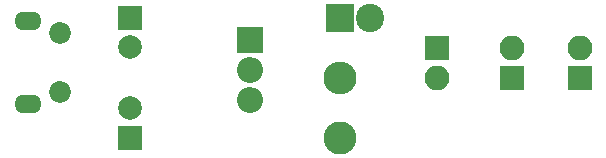
<source format=gbs>
G04 #@! TF.FileFunction,Soldermask,Bot*
%FSLAX46Y46*%
G04 Gerber Fmt 4.6, Leading zero omitted, Abs format (unit mm)*
G04 Created by KiCad (PCBNEW 4.0.7) date Friday, 14 September '14e' 2018 'PM' 'le44' 22:03:44*
%MOMM*%
%LPD*%
G01*
G04 APERTURE LIST*
%ADD10C,0.100000*%
%ADD11R,2.000000X2.000000*%
%ADD12C,2.000000*%
%ADD13R,2.400000X2.400000*%
%ADD14C,2.400000*%
%ADD15C,1.850000*%
%ADD16O,2.300000X1.600000*%
%ADD17R,2.100000X2.100000*%
%ADD18O,2.100000X2.100000*%
%ADD19C,2.800000*%
%ADD20O,2.800000X2.800000*%
%ADD21R,2.200000X2.200000*%
%ADD22O,2.200000X2.200000*%
G04 APERTURE END LIST*
D10*
D11*
X119380000Y-73660000D03*
D12*
X119380000Y-76160000D03*
D11*
X119380000Y-83820000D03*
D12*
X119380000Y-81320000D03*
D13*
X137160000Y-73660000D03*
D14*
X139700000Y-73660000D03*
D15*
X113475000Y-74970000D03*
X113475000Y-79970000D03*
D16*
X110775000Y-73970000D03*
X110775000Y-80970000D03*
D17*
X145415000Y-76200000D03*
D18*
X145415000Y-78740000D03*
D19*
X137160000Y-83820000D03*
D20*
X137160000Y-78740000D03*
D17*
X151765000Y-78740000D03*
D18*
X151765000Y-76200000D03*
D17*
X157480000Y-78740000D03*
D18*
X157480000Y-76200000D03*
D21*
X129540000Y-75565000D03*
D22*
X129540000Y-78105000D03*
X129540000Y-80645000D03*
M02*

</source>
